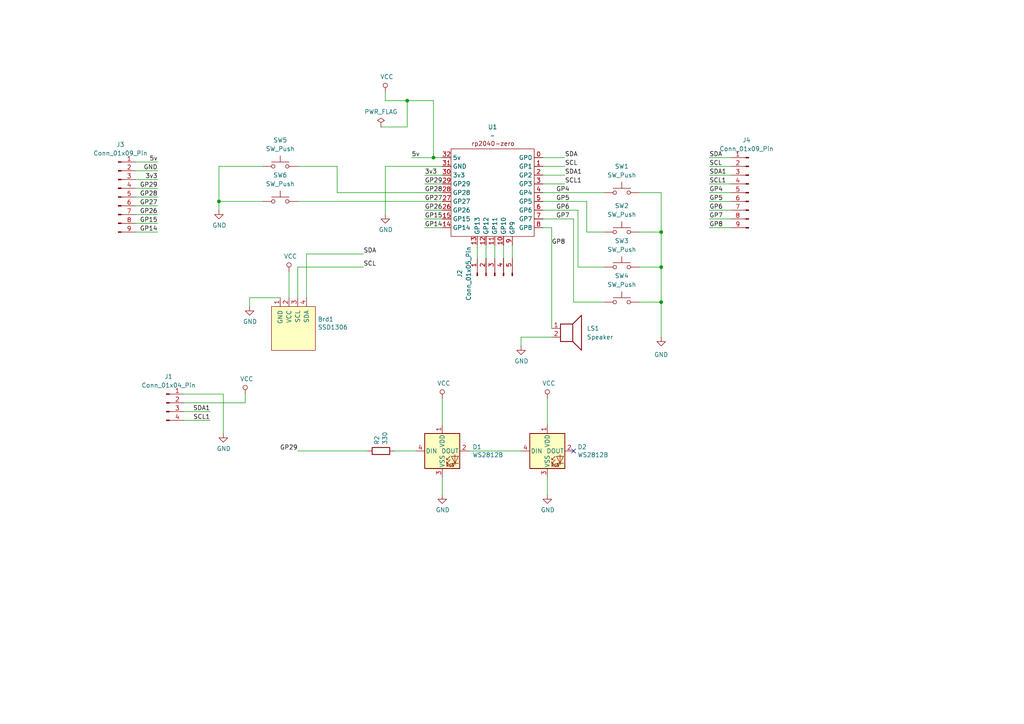
<source format=kicad_sch>
(kicad_sch (version 20231120) (generator "eeschema") (generator_version "8.0")
  (paper "A4")
  (lib_symbols
    (symbol "Connector:Conn_01x04_Pin" (pin_names (offset 1.016) hide)
      (property "Reference" "J" (at 0 5.08 0))
      (property "Value" "Conn_01x04_Pin" (at 0 -7.62 0))
      (symbol "Conn_01x04_Pin_1_1"
        (polyline (pts (xy 1.27 -5.08) (xy 0.8636 -5.08)) (stroke (width 0.1524)))
        (polyline (pts (xy 1.27 -2.54) (xy 0.8636 -2.54)) (stroke (width 0.1524)))
        (polyline (pts (xy 1.27 0) (xy 0.8636 0)) (stroke (width 0.1524)))
        (polyline (pts (xy 1.27 2.54) (xy 0.8636 2.54)) (stroke (width 0.1524)))
        (rectangle (start 0.8636 -4.953) (end 0 -5.207) (stroke (width 0.1524)) (fill (type outline)))
        (rectangle (start 0.8636 -2.413) (end 0 -2.667) (stroke (width 0.1524)) (fill (type outline)))
        (rectangle (start 0.8636 0.127) (end 0 -0.127) (stroke (width 0.1524)) (fill (type outline)))
        (rectangle (start 0.8636 2.667) (end 0 2.413) (stroke (width 0.1524)) (fill (type outline)))
        (pin passive line (at 5.08 2.54 180) (length 3.81) (name "Pin_1") (number "1"))
        (pin passive line (at 5.08 0 180) (length 3.81) (name "Pin_2") (number "2"))
        (pin passive line (at 5.08 -2.54 180) (length 3.81) (name "Pin_3") (number "3"))
        (pin passive line (at 5.08 -5.08 180) (length 3.81) (name "Pin_4") (number "4"))
      )
    )
    (symbol "Connector:Conn_01x05_Pin" (pin_names (offset 1.016) hide)
      (property "Reference" "J" (at 0 7.62 0))
      (property "Value" "Conn_01x05_Pin" (at 0 -7.62 0))
      (symbol "Conn_01x05_Pin_1_1"
        (polyline (pts (xy 1.27 -5.08) (xy 0.8636 -5.08)) (stroke (width 0.1524)))
        (polyline (pts (xy 1.27 -2.54) (xy 0.8636 -2.54)) (stroke (width 0.1524)))
        (polyline (pts (xy 1.27 0) (xy 0.8636 0)) (stroke (width 0.1524)))
        (polyline (pts (xy 1.27 2.54) (xy 0.8636 2.54)) (stroke (width 0.1524)))
        (polyline (pts (xy 1.27 5.08) (xy 0.8636 5.08)) (stroke (width 0.1524)))
        (rectangle (start 0.8636 -4.953) (end 0 -5.207) (stroke (width 0.1524)) (fill (type outline)))
        (rectangle (start 0.8636 -2.413) (end 0 -2.667) (stroke (width 0.1524)) (fill (type outline)))
        (rectangle (start 0.8636 0.127) (end 0 -0.127) (stroke (width 0.1524)) (fill (type outline)))
        (rectangle (start 0.8636 2.667) (end 0 2.413) (stroke (width 0.1524)) (fill (type outline)))
        (rectangle (start 0.8636 5.207) (end 0 4.953) (stroke (width 0.1524)) (fill (type outline)))
        (pin passive line (at 5.08 5.08 180) (length 3.81) (name "Pin_1") (number "1"))
        (pin passive line (at 5.08 2.54 180) (length 3.81) (name "Pin_2") (number "2"))
        (pin passive line (at 5.08 0 180) (length 3.81) (name "Pin_3") (number "3"))
        (pin passive line (at 5.08 -2.54 180) (length 3.81) (name "Pin_4") (number "4"))
        (pin passive line (at 5.08 -5.08 180) (length 3.81) (name "Pin_5") (number "5"))
      )
    )
    (symbol "Connector:Conn_01x09_Pin" (pin_names (offset 1.016) hide)
      (property "Reference" "J" (at 0 12.7 0))
      (property "Value" "Conn_01x09_Pin" (at 0 -12.7 0))
      (symbol "Conn_01x09_Pin_1_1"
        (polyline (pts (xy 1.27 -10.16) (xy 0.8636 -10.16)) (stroke (width 0.1524)))
        (polyline (pts (xy 1.27 -7.62) (xy 0.8636 -7.62)) (stroke (width 0.1524)))
        (polyline (pts (xy 1.27 -5.08) (xy 0.8636 -5.08)) (stroke (width 0.1524)))
        (polyline (pts (xy 1.27 -2.54) (xy 0.8636 -2.54)) (stroke (width 0.1524)))
        (polyline (pts (xy 1.27 0) (xy 0.8636 0)) (stroke (width 0.1524)))
        (polyline (pts (xy 1.27 2.54) (xy 0.8636 2.54)) (stroke (width 0.1524)))
        (polyline (pts (xy 1.27 5.08) (xy 0.8636 5.08)) (stroke (width 0.1524)))
        (polyline (pts (xy 1.27 7.62) (xy 0.8636 7.62)) (stroke (width 0.1524)))
        (polyline (pts (xy 1.27 10.16) (xy 0.8636 10.16)) (stroke (width 0.1524)))
        (rectangle (start 0.8636 -10.033) (end 0 -10.287) (stroke (width 0.1524)) (fill (type outline)))
        (rectangle (start 0.8636 -7.493) (end 0 -7.747) (stroke (width 0.1524)) (fill (type outline)))
        (rectangle (start 0.8636 -4.953) (end 0 -5.207) (stroke (width 0.1524)) (fill (type outline)))
        (rectangle (start 0.8636 -2.413) (end 0 -2.667) (stroke (width 0.1524)) (fill (type outline)))
        (rectangle (start 0.8636 0.127) (end 0 -0.127) (stroke (width 0.1524)) (fill (type outline)))
        (rectangle (start 0.8636 2.667) (end 0 2.413) (stroke (width 0.1524)) (fill (type outline)))
        (rectangle (start 0.8636 5.207) (end 0 4.953) (stroke (width 0.1524)) (fill (type outline)))
        (rectangle (start 0.8636 7.747) (end 0 7.493) (stroke (width 0.1524)) (fill (type outline)))
        (rectangle (start 0.8636 10.287) (end 0 10.033) (stroke (width 0.1524)) (fill (type outline)))
        (pin passive line (at 5.08 10.16 180) (length 3.81) (name "Pin_1") (number "1"))
        (pin passive line (at 5.08 7.62 180) (length 3.81) (name "Pin_2") (number "2"))
        (pin passive line (at 5.08 5.08 180) (length 3.81) (name "Pin_3") (number "3"))
        (pin passive line (at 5.08 2.54 180) (length 3.81) (name "Pin_4") (number "4"))
        (pin passive line (at 5.08 0 180) (length 3.81) (name "Pin_5") (number "5"))
        (pin passive line (at 5.08 -2.54 180) (length 3.81) (name "Pin_6") (number "6"))
        (pin passive line (at 5.08 -5.08 180) (length 3.81) (name "Pin_7") (number "7"))
        (pin passive line (at 5.08 -7.62 180) (length 3.81) (name "Pin_8") (number "8"))
        (pin passive line (at 5.08 -10.16 180) (length 3.81) (name "Pin_9") (number "9"))
      )
    )
    (symbol "Device:R" (pin_numbers hide) (pin_names (offset 0))
      (property "Reference" "R" (at 2.032 0 90))
      (property "Value" "R" (at 0 0 90))
      (symbol "R_0_1"
        (rectangle (start -1.016 -2.54) (end 1.016 2.54) (stroke (width 0.254)))
      )
      (symbol "R_1_1"
        (pin passive line (at 0 3.81 270) (length 1.27) (name "~") (number "1"))
        (pin passive line (at 0 -3.81 90) (length 1.27) (name "~") (number "2"))
      )
    )
    (symbol "Device:Speaker" (pin_names (offset 0) hide)
      (property "Reference" "LS" (at 1.27 5.715 0))
      (property "Value" "Speaker" (at 1.27 3.81 0))
      (symbol "Speaker_0_0"
        (rectangle (start -2.54 1.27) (end 1.016 -3.81) (stroke (width 0.254)))
        (polyline (pts (xy 1.016 1.27) (xy 3.556 3.81) (xy 3.556 -6.35) (xy 1.016 -3.81)) (stroke (width 0.254)))
      )
      (symbol "Speaker_1_1"
        (pin input line (at -5.08 0 0) (length 2.54) (name "1") (number "1"))
        (pin input line (at -5.08 -2.54 0) (length 2.54) (name "2") (number "2"))
      )
    )
    (symbol "LED:WS2812B" (pin_names (offset 0.254))
      (property "Reference" "D" (at 5.08 5.715 0))
      (property "Value" "WS2812B" (at 1.27 -5.715 0))
      (symbol "WS2812B_0_0"
        (text "RGB" (at 2.286 -4.191 0) (effects (font (size 0.762 0.762))))
      )
      (symbol "WS2812B_0_1"
        (polyline (pts (xy 1.27 -3.556) (xy 1.778 -3.556)))
        (polyline (pts (xy 1.27 -2.54) (xy 1.778 -2.54)))
        (polyline (pts (xy 4.699 -3.556) (xy 2.667 -3.556)))
        (polyline (pts (xy 2.286 -2.54) (xy 1.27 -3.556) (xy 1.27 -3.048)))
        (polyline (pts (xy 2.286 -1.524) (xy 1.27 -2.54) (xy 1.27 -2.032)))
        (polyline (pts (xy 3.683 -1.016) (xy 3.683 -3.556) (xy 3.683 -4.064)))
        (polyline (pts (xy 4.699 -1.524) (xy 2.667 -1.524) (xy 3.683 -3.556) (xy 4.699 -1.524)))
        (rectangle (start 5.08 5.08) (end -5.08 -5.08) (stroke (width 0.254)) (fill (type background)))
      )
      (symbol "WS2812B_1_1"
        (pin power_in line (at 0 7.62 270) (length 2.54) (name "VDD") (number "1"))
        (pin output line (at 7.62 0 180) (length 2.54) (name "DOUT") (number "2"))
        (pin power_in line (at 0 -7.62 90) (length 2.54) (name "VSS") (number "3"))
        (pin input line (at -7.62 0 0) (length 2.54) (name "DIN") (number "4"))
      )
    )
    (symbol "Switch:SW_Push" (pin_numbers hide) (pin_names (offset 1.016) hide)
      (property "Reference" "SW" (at 1.27 2.54 0))
      (property "Value" "SW_Push" (at 0 -1.524 0))
      (symbol "SW_Push_0_1"
        (circle (center -2.032 0) (radius 0.508))
        (polyline (pts (xy 0 1.27) (xy 0 3.048)))
        (polyline (pts (xy 2.54 1.27) (xy -2.54 1.27)))
        (circle (center 2.032 0) (radius 0.508))
        (pin passive line (at -5.08 0 0) (length 2.54) (name "1") (number "1"))
        (pin passive line (at 5.08 0 180) (length 2.54) (name "2") (number "2"))
      )
    )
    (symbol "gopher_pilot_xiao_sw-rescue:GND-power" (power) (pin_names (offset 0))
      (property "Value" "power_GND" (at 0 -3.81 0))
      (symbol "GND-power_0_1"
        (polyline (pts (xy 0 0) (xy 0 -1.27) (xy 1.27 -1.27) (xy 0 -2.54) (xy -1.27 -1.27) (xy 0 -1.27)))
      )
      (symbol "GND-power_1_1"
        (pin power_in line (at 0 0 270) (length 0) hide (name "GND") (number "1"))
      )
    )
    (symbol "gopher_pilot_xiao_sw-rescue:PWR_FLAG-power" (power) (pin_numbers hide) (pin_names (offset 0) hide)
      (property "Value" "power_PWR_FLAG" (at 0 3.81 0))
      (symbol "PWR_FLAG-power_0_0"
        (pin power_out line (at 0 0 90) (length 0) (name "pwr") (number "1"))
      )
      (symbol "PWR_FLAG-power_0_1"
        (polyline (pts (xy 0 0) (xy 0 1.27) (xy -1.016 1.905) (xy 0 2.54) (xy 1.016 1.905) (xy 0 1.27)))
      )
    )
    (symbol "gopher_pilot_xiao_sw-rescue:SSD1306-SSD1306" (pin_names (offset 1.016))
      (property "Reference" "Brd" (at 0 -3.81 0))
      (property "Value" "SSD1306_SSD1306" (at 0 -1.27 0))
      (symbol "SSD1306-SSD1306_0_1"
        (rectangle (start -6.35 6.35) (end 6.35 -6.35) (fill (type background)))
      )
      (symbol "SSD1306-SSD1306_1_1"
        (pin input line (at -3.81 8.89 270) (length 2.54) (name "GND") (number "1"))
        (pin input line (at -1.27 8.89 270) (length 2.54) (name "VCC") (number "2"))
        (pin input line (at 1.27 8.89 270) (length 2.54) (name "SCL") (number "3"))
        (pin input line (at 3.81 8.89 270) (length 2.54) (name "SDA") (number "4"))
      )
    )
    (symbol "gopher_pilot_xiao_sw-rescue:VCC-power" (power) (pin_names (offset 0))
      (property "Value" "power_VCC" (at 0 3.81 0))
      (symbol "VCC-power_0_1"
        (polyline (pts (xy 0 0) (xy 0 1.27)))
        (circle (center 0 1.905) (radius 0.635))
      )
      (symbol "VCC-power_1_1"
        (pin power_in line (at 0 0 90) (length 0) hide (name "VCC") (number "1"))
      )
    )
    (symbol "mysymbol:rp2040-zero"
      (property "Reference" "U" (at -17.272 0.762 0))
      (symbol "rp2040-zero_0_0"
        (pin bidirectional line (at -2.54 0 180) (length 2.54) (name "GP0") (number "0"))
        (pin bidirectional line (at -2.54 -2.54 180) (length 2.54) (name "GP1") (number "1"))
        (pin bidirectional line (at -13.97 -25.4 90) (length 2.54) (name "GP10") (number "10"))
        (pin bidirectional line (at -16.51 -25.4 90) (length 2.54) (name "GP11") (number "11"))
        (pin bidirectional line (at -19.05 -25.4 90) (length 2.54) (name "GP12") (number "12"))
        (pin bidirectional line (at -21.59 -25.4 90) (length 2.54) (name "GP13") (number "13"))
        (pin bidirectional line (at -31.75 -20.32 0) (length 2.54) (name "GP14") (number "14"))
        (pin bidirectional line (at -31.75 -17.78 0) (length 2.54) (name "GP15") (number "15"))
        (pin bidirectional line (at -2.54 -5.08 180) (length 2.54) (name "GP2") (number "2"))
        (pin bidirectional line (at -31.75 -15.24 0) (length 2.54) (name "GP26") (number "26"))
        (pin bidirectional line (at -31.75 -12.7 0) (length 2.54) (name "GP27") (number "27"))
        (pin bidirectional line (at -31.75 -10.16 0) (length 2.54) (name "GP28") (number "28"))
        (pin bidirectional line (at -31.75 -7.62 0) (length 2.54) (name "GP29") (number "29"))
        (pin bidirectional line (at -2.54 -7.62 180) (length 2.54) (name "GP3") (number "3"))
        (pin power_out line (at -31.75 -5.08 0) (length 2.54) (name "3v3") (number "30"))
        (pin input line (at -31.75 -2.54 0) (length 2.54) (name "GND") (number "31"))
        (pin power_out line (at -31.75 0 0) (length 2.54) (name "5v") (number "32"))
        (pin bidirectional line (at -2.54 -10.16 180) (length 2.54) (name "GP4") (number "4"))
        (pin bidirectional line (at -2.54 -12.7 180) (length 2.54) (name "GP5") (number "5"))
        (pin bidirectional line (at -2.54 -15.24 180) (length 2.54) (name "GP6") (number "6"))
        (pin bidirectional line (at -2.54 -17.78 180) (length 2.54) (name "GP7") (number "7"))
        (pin bidirectional line (at -2.54 -20.32 180) (length 2.54) (name "GP8") (number "8"))
        (pin bidirectional line (at -11.43 -25.4 90) (length 2.54) (name "GP9") (number "9"))
      )
      (symbol "rp2040-zero_0_1"
        (rectangle (start -29.21 2.54) (end -5.08 -22.86))
      )
      (symbol "rp2040-zero_1_1"
        (text "rp2040-zero" (at -17.018 4.064 0) (effects (font (size 1.27 1.27))))
      )
    )
    (symbol "power:GND" (power) (pin_numbers hide) (pin_names (offset 0) hide)
      (property "Value" "GND" (at 0 -3.81 0))
      (symbol "GND_0_1"
        (polyline (pts (xy 0 0) (xy 0 -1.27) (xy 1.27 -1.27) (xy 0 -2.54) (xy -1.27 -1.27) (xy 0 -1.27)))
      )
      (symbol "GND_1_1"
        (pin power_in line (at 0 0 270) (length 0) (name "~") (number "1"))
      )
    )
  )
  (junction (at 125.73 45.72))
  (junction (at 191.77 87.63))
  (junction (at 63.5 58.42))
  (junction (at 191.77 67.31))
  (junction (at 191.77 77.47))
  (junction (at 118.11 29.21))
  (no_connect (at 166.37 130.81))
  (wire (pts (xy 167.64 60.96) (xy 167.64 77.47)))
  (wire (pts (xy 205.74 58.42) (xy 212.09 58.42)))
  (wire (pts (xy 119.38 45.72) (xy 125.73 45.72)))
  (wire (pts (xy 205.74 55.88) (xy 212.09 55.88)))
  (wire (pts (xy 128.27 48.26) (xy 111.76 48.26)))
  (wire (pts (xy 123.19 60.96) (xy 128.27 60.96)))
  (wire (pts (xy 205.74 63.5) (xy 212.09 63.5)))
  (wire (pts (xy 185.42 55.88) (xy 191.77 55.88)))
  (wire (pts (xy 53.34 116.84) (xy 71.12 116.84)))
  (wire (pts (xy 157.48 66.04) (xy 160.02 66.04)))
  (wire (pts (xy 53.34 114.3) (xy 64.77 114.3)))
  (wire (pts (xy 157.48 55.88) (xy 175.26 55.88)))
  (wire (pts (xy 125.73 45.72) (xy 128.27 45.72)))
  (wire (pts (xy 157.48 58.42) (xy 170.18 58.42)))
  (wire (pts (xy 158.75 115.57) (xy 158.75 123.19)))
  (wire (pts (xy 158.75 138.43) (xy 158.75 143.51)))
  (wire (pts (xy 45.72 46.99) (xy 39.37 46.99)))
  (wire (pts (xy 157.48 63.5) (xy 166.37 63.5)))
  (wire (pts (xy 157.48 50.8) (xy 163.83 50.8)))
  (wire (pts (xy 123.19 53.34) (xy 128.27 53.34)))
  (wire (pts (xy 151.13 97.79) (xy 151.13 100.33)))
  (wire (pts (xy 185.42 87.63) (xy 191.77 87.63)))
  (wire (pts (xy 128.27 138.43) (xy 128.27 143.51)))
  (wire (pts (xy 97.79 48.26) (xy 97.79 55.88)))
  (wire (pts (xy 125.73 29.21) (xy 125.73 45.72)))
  (wire (pts (xy 118.11 36.83) (xy 118.11 29.21)))
  (wire (pts (xy 205.74 45.72) (xy 212.09 45.72)))
  (wire (pts (xy 205.74 60.96) (xy 212.09 60.96)))
  (wire (pts (xy 83.82 78.74) (xy 83.82 86.36)))
  (wire (pts (xy 160.02 97.79) (xy 151.13 97.79)))
  (wire (pts (xy 191.77 67.31) (xy 191.77 77.47)))
  (wire (pts (xy 157.48 53.34) (xy 163.83 53.34)))
  (wire (pts (xy 205.74 50.8) (xy 212.09 50.8)))
  (wire (pts (xy 148.59 71.12) (xy 148.59 74.93)))
  (wire (pts (xy 76.2 48.26) (xy 63.5 48.26)))
  (wire (pts (xy 166.37 63.5) (xy 166.37 87.63)))
  (wire (pts (xy 111.76 48.26) (xy 111.76 62.23)))
  (wire (pts (xy 72.39 86.36) (xy 81.28 86.36)))
  (wire (pts (xy 114.3 130.81) (xy 120.65 130.81)))
  (wire (pts (xy 205.74 66.04) (xy 212.09 66.04)))
  (wire (pts (xy 123.19 50.8) (xy 128.27 50.8)))
  (wire (pts (xy 185.42 67.31) (xy 191.77 67.31)))
  (wire (pts (xy 205.74 48.26) (xy 212.09 48.26)))
  (wire (pts (xy 86.36 48.26) (xy 97.79 48.26)))
  (wire (pts (xy 167.64 77.47) (xy 175.26 77.47)))
  (wire (pts (xy 191.77 87.63) (xy 191.77 97.79)))
  (wire (pts (xy 71.12 116.84) (xy 71.12 114.3)))
  (wire (pts (xy 143.51 71.12) (xy 143.51 74.93)))
  (wire (pts (xy 166.37 87.63) (xy 175.26 87.63)))
  (wire (pts (xy 157.48 45.72) (xy 163.83 45.72)))
  (wire (pts (xy 105.41 77.47) (xy 86.36 77.47)))
  (wire (pts (xy 160.02 66.04) (xy 160.02 95.25)))
  (wire (pts (xy 63.5 58.42) (xy 76.2 58.42)))
  (wire (pts (xy 185.42 77.47) (xy 191.77 77.47)))
  (wire (pts (xy 123.19 63.5) (xy 128.27 63.5)))
  (wire (pts (xy 170.18 67.31) (xy 175.26 67.31)))
  (wire (pts (xy 86.36 58.42) (xy 128.27 58.42)))
  (wire (pts (xy 45.72 52.07) (xy 39.37 52.07)))
  (wire (pts (xy 45.72 59.69) (xy 39.37 59.69)))
  (wire (pts (xy 53.34 119.38) (xy 60.96 119.38)))
  (wire (pts (xy 146.05 71.12) (xy 146.05 74.93)))
  (wire (pts (xy 86.36 130.81) (xy 106.68 130.81)))
  (wire (pts (xy 45.72 62.23) (xy 39.37 62.23)))
  (wire (pts (xy 123.19 66.04) (xy 128.27 66.04)))
  (wire (pts (xy 111.76 29.21) (xy 118.11 29.21)))
  (wire (pts (xy 118.11 29.21) (xy 125.73 29.21)))
  (wire (pts (xy 191.77 55.88) (xy 191.77 67.31)))
  (wire (pts (xy 64.77 114.3) (xy 64.77 125.73)))
  (wire (pts (xy 170.18 58.42) (xy 170.18 67.31)))
  (wire (pts (xy 110.49 36.83) (xy 118.11 36.83)))
  (wire (pts (xy 45.72 49.53) (xy 39.37 49.53)))
  (wire (pts (xy 135.89 130.81) (xy 151.13 130.81)))
  (wire (pts (xy 86.36 77.47) (xy 86.36 86.36)))
  (wire (pts (xy 111.76 26.67) (xy 111.76 29.21)))
  (wire (pts (xy 45.72 57.15) (xy 39.37 57.15)))
  (wire (pts (xy 105.41 73.66) (xy 88.9 73.66)))
  (wire (pts (xy 97.79 55.88) (xy 128.27 55.88)))
  (wire (pts (xy 45.72 67.31) (xy 39.37 67.31)))
  (wire (pts (xy 191.77 77.47) (xy 191.77 87.63)))
  (wire (pts (xy 157.48 60.96) (xy 167.64 60.96)))
  (wire (pts (xy 45.72 54.61) (xy 39.37 54.61)))
  (wire (pts (xy 45.72 64.77) (xy 39.37 64.77)))
  (wire (pts (xy 63.5 58.42) (xy 63.5 60.96)))
  (wire (pts (xy 53.34 121.92) (xy 60.96 121.92)))
  (wire (pts (xy 72.39 86.36) (xy 72.39 88.9)))
  (wire (pts (xy 140.97 71.12) (xy 140.97 74.93)))
  (wire (pts (xy 63.5 48.26) (xy 63.5 58.42)))
  (wire (pts (xy 138.43 71.12) (xy 138.43 74.93)))
  (wire (pts (xy 88.9 73.66) (xy 88.9 86.36)))
  (wire (pts (xy 128.27 115.57) (xy 128.27 123.19)))
  (wire (pts (xy 157.48 48.26) (xy 163.83 48.26)))
  (wire (pts (xy 205.74 53.34) (xy 212.09 53.34)))
  (label "5v" (at 45.72 46.99 180))
  (label "SCL" (at 205.74 48.26 0))
  (label "SDA1" (at 60.96 119.38 180))
  (label "SDA1" (at 205.74 50.8 0))
  (label "GP26" (at 45.72 62.23 180))
  (label "GND" (at 45.72 49.53 180))
  (label "SDA" (at 105.41 73.66 0))
  (label "GP4" (at 205.74 55.88 0))
  (label "GP15" (at 45.72 64.77 180))
  (label "GP15" (at 123.19 63.5 0))
  (label "SDA1" (at 163.83 50.8 0))
  (label "GP29" (at 86.36 130.81 180))
  (label "GP7" (at 205.74 63.5 0))
  (label "3v3" (at 45.72 52.07 180))
  (label "GP26" (at 123.19 60.96 0))
  (label "SDA" (at 205.74 45.72 0))
  (label "SCL1" (at 163.83 53.34 0))
  (label "GP28" (at 123.19 55.88 0))
  (label "GP27" (at 123.19 58.42 0))
  (label "SCL" (at 105.41 77.47 0))
  (label "SCL1" (at 60.96 121.92 180))
  (label "SCL" (at 163.83 48.26 0))
  (label "GP5" (at 205.74 58.42 0))
  (label "GP29" (at 45.72 54.61 180))
  (label "GP29" (at 123.19 53.34 0))
  (label "GP27" (at 45.72 59.69 180))
  (label "GP14" (at 45.72 67.31 180))
  (label "3v3" (at 123.19 50.8 0))
  (label "5v" (at 119.38 45.72 0))
  (label "GP5" (at 161.29 58.42 0))
  (label "GP7" (at 161.29 63.5 0))
  (label "GP8" (at 160.02 71.12 0))
  (label "GP4" (at 161.29 55.88 0))
  (label "GP6" (at 161.29 60.96 0))
  (label "GP28" (at 45.72 57.15 180))
  (label "GP8" (at 205.74 66.04 0))
  (label "GP6" (at 205.74 60.96 0))
  (label "GP14" (at 123.19 66.04 0))
  (label "SDA" (at 163.83 45.72 0))
  (label "SCL1" (at 205.74 53.34 0))
  (symbol (lib_id "LED:WS2812B") (at 128.27 130.81 0) (unit 1)
    (property "Reference" "D1" (at 137.0076 129.6416 0) (effects (justify left)))
    (property "Value" "WS2812B" (at 137.0076 131.953 0) (effects (justify left)))
    (property "Footprint" "LED_SMD:LED_WS2812B_PLCC4_5.0x5.0mm_P3.2mm" (effects (hide yes)))
    (property "Datasheet" "https://cdn-shop.adafruit.com/datasheets/WS2812B.pdf" (effects (hide yes)))
  )
  (symbol (lib_id "LED:WS2812B") (at 158.75 130.81 0) (unit 1)
    (property "Reference" "D2" (at 167.4876 129.6416 0) (effects (justify left)))
    (property "Value" "WS2812B" (at 167.4876 131.953 0) (effects (justify left)))
    (property "Footprint" "LED_SMD:LED_WS2812B_PLCC4_5.0x5.0mm_P3.2mm" (effects (hide yes)))
    (property "Datasheet" "https://cdn-shop.adafruit.com/datasheets/WS2812B.pdf" (effects (hide yes)))
  )
  (symbol (lib_id "Device:R") (at 110.49 130.81 90) (unit 1)
    (property "Reference" "R2" (at 109.3216 129.032 0) (effects (justify left)))
    (property "Value" "330" (at 111.633 129.032 0) (effects (justify left)))
    (property "Footprint" "Resistor_SMD:R_0805_2012Metric" (effects (hide yes)))
  )
  (symbol (lib_id "gopher_pilot_xiao_sw-rescue:VCC-power") (at 128.27 115.57 0) (unit 1)
    (property "Reference" "#PWR01" (effects (hide yes)))
    (property "Value" "VCC" (at 128.7018 111.1758 0))
  )
  (symbol (lib_id "gopher_pilot_xiao_sw-rescue:VCC-power") (at 158.75 115.57 0) (unit 1)
    (property "Reference" "#PWR011" (effects (hide yes)))
    (property "Value" "VCC" (at 159.1818 111.1758 0))
  )
  (symbol (lib_id "gopher_pilot_xiao_sw-rescue:GND-power") (at 128.27 143.51 0) (unit 1)
    (property "Reference" "#PWR08" (effects (hide yes)))
    (property "Value" "GND" (at 128.397 147.9042 0))
  )
  (symbol (lib_id "gopher_pilot_xiao_sw-rescue:GND-power") (at 158.75 143.51 0) (unit 1)
    (property "Reference" "#PWR012" (effects (hide yes)))
    (property "Value" "GND" (at 158.877 147.9042 0))
  )
  (symbol (lib_id "gopher_pilot_xiao_sw-rescue:VCC-power") (at 111.76 26.67 0) (unit 1)
    (property "Reference" "#PWR02" (effects (hide yes)))
    (property "Value" "VCC" (at 112.1918 22.2758 0))
  )
  (symbol (lib_id "gopher_pilot_xiao_sw-rescue:SSD1306-SSD1306") (at 85.09 95.25 0) (unit 1)
    (property "Reference" "Brd1" (at 92.1512 92.6084 0) (effects (justify left)))
    (property "Value" "SSD1306" (at 92.1512 94.9198 0) (effects (justify left)))
    (property "Footprint" "Connector_PinSocket_2.54mm:PinSocket_1x04_P2.54mm_Vertical" (effects (hide yes)))
  )
  (symbol (lib_id "gopher_pilot_xiao_sw-rescue:GND-power") (at 111.76 62.23 0) (unit 1)
    (property "Reference" "#PWR03" (effects (hide yes)))
    (property "Value" "GND" (at 111.887 66.6242 0))
  )
  (symbol (lib_id "gopher_pilot_xiao_sw-rescue:GND-power") (at 72.39 88.9 0) (unit 1)
    (property "Reference" "#PWR0104" (effects (hide yes)))
    (property "Value" "GND" (at 72.517 93.2942 0))
  )
  (symbol (lib_id "gopher_pilot_xiao_sw-rescue:VCC-power") (at 83.82 78.74 0) (unit 1)
    (property "Reference" "#PWR0105" (effects (hide yes)))
    (property "Value" "VCC" (at 84.2518 74.3458 0))
  )
  (symbol (lib_id "gopher_pilot_xiao_sw-rescue:PWR_FLAG-power") (at 110.49 36.83 0) (unit 1)
    (property "Reference" "#FLG0101" (effects (hide yes)))
    (property "Value" "PWR_FLAG" (at 110.49 32.4358 0))
  )
  (symbol (lib_id "gopher_pilot_xiao_sw-rescue:GND-power") (at 151.13 100.33 0) (unit 1)
    (property "Reference" "#PWR06" (effects (hide yes)))
    (property "Value" "GND" (at 151.257 104.7242 0))
  )
  (symbol (lib_id "Switch:SW_Push") (at 180.34 87.63 0) (unit 1)
    (property "Reference" "SW4" (at 180.34 80.01 0))
    (property "Value" "SW_Push" (at 180.34 82.55 0))
    (property "Footprint" "Button_Switch_THT:SW_PUSH_6mm_H4.3mm" (effects (hide yes)))
    (property "Description" "Push button switch, generic, two pins" (effects (hide yes)))
  )
  (symbol (lib_id "Switch:SW_Push") (at 81.28 58.42 0) (unit 1)
    (property "Reference" "SW6" (at 81.28 50.8 0))
    (property "Value" "SW_Push" (at 81.28 53.34 0))
    (property "Footprint" "Button_Switch_THT:SW_PUSH_6mm_H4.3mm" (effects (hide yes)))
    (property "Description" "Push button switch, generic, two pins" (effects (hide yes)))
  )
  (symbol (lib_id "Connector:Conn_01x04_Pin") (at 48.26 116.84 0) (unit 1)
    (property "Reference" "J1" (at 48.895 109.22 0))
    (property "Value" "Conn_01x04_Pin" (at 48.895 111.76 0))
    (property "Footprint" "Connector_PinHeader_2.00mm:PinHeader_1x04_P2.00mm_Vertical" (effects (hide yes)))
    (property "Description" "Generic connector, single row, 01x04, script generated" (effects (hide yes)))
  )
  (symbol (lib_id "Switch:SW_Push") (at 180.34 55.88 0) (unit 1)
    (property "Reference" "SW1" (at 180.34 48.26 0))
    (property "Value" "SW_Push" (at 180.34 50.8 0))
    (property "Footprint" "Button_Switch_THT:SW_PUSH_6mm_H4.3mm" (effects (hide yes)))
    (property "Description" "Push button switch, generic, two pins" (effects (hide yes)))
  )
  (symbol (lib_id "gopher_pilot_xiao_sw-rescue:GND-power") (at 63.5 60.96 0) (unit 1)
    (property "Reference" "#PWR05" (effects (hide yes)))
    (property "Value" "GND" (at 63.627 65.3542 0))
  )
  (symbol (lib_id "Connector:Conn_01x09_Pin") (at 217.17 55.88 0) (mirror y) (unit 1)
    (property "Reference" "J4" (at 216.535 40.64 0))
    (property "Value" "Conn_01x09_Pin" (at 216.535 43.18 0))
    (property "Footprint" "Connector_PinSocket_2.54mm:PinSocket_1x09_P2.54mm_Vertical" (effects (hide yes)))
    (property "Description" "Generic connector, single row, 01x09, script generated" (effects (hide yes)))
  )
  (symbol (lib_id "Switch:SW_Push") (at 81.28 48.26 0) (unit 1)
    (property "Reference" "SW5" (at 81.28 40.64 0))
    (property "Value" "SW_Push" (at 81.28 43.18 0))
    (property "Footprint" "Button_Switch_THT:SW_PUSH_6mm_H4.3mm" (effects (hide yes)))
    (property "Description" "Push button switch, generic, two pins" (effects (hide yes)))
  )
  (symbol (lib_id "Connector:Conn_01x05_Pin") (at 143.51 80.01 90) (unit 1)
    (property "Reference" "J2" (at 133.35 79.375 0))
    (property "Value" "Conn_01x05_Pin" (at 135.89 79.375 0))
    (property "Footprint" "Connector_PinSocket_2.54mm:PinSocket_1x05_P2.54mm_Vertical" (effects (hide yes)))
    (property "Description" "Generic connector, single row, 01x05, script generated" (effects (hide yes)))
  )
  (symbol (lib_id "power:GND") (at 191.77 97.79 0) (unit 1)
    (property "Reference" "#PWR04" (effects (hide yes)))
    (property "Value" "GND" (at 191.77 102.87 0))
    (property "Description" "Power symbol creates a global label with name \"GND\" , ground" (effects (hide yes)))
  )
  (symbol (lib_id "gopher_pilot_xiao_sw-rescue:GND-power") (at 64.77 125.73 0) (unit 1)
    (property "Reference" "#PWR07" (effects (hide yes)))
    (property "Value" "GND" (at 64.897 130.1242 0))
  )
  (symbol (lib_id "gopher_pilot_xiao_sw-rescue:VCC-power") (at 71.12 114.3 0) (unit 1)
    (property "Reference" "#PWR09" (effects (hide yes)))
    (property "Value" "VCC" (at 71.5518 109.9058 0))
  )
  (symbol (lib_id "Switch:SW_Push") (at 180.34 77.47 0) (unit 1)
    (property "Reference" "SW3" (at 180.34 69.85 0))
    (property "Value" "SW_Push" (at 180.34 72.39 0))
    (property "Footprint" "Button_Switch_THT:SW_PUSH_6mm_H4.3mm" (effects (hide yes)))
    (property "Description" "Push button switch, generic, two pins" (effects (hide yes)))
  )
  (symbol (lib_id "Device:Speaker") (at 165.1 95.25 0) (unit 1)
    (property "Reference" "LS1" (at 170.18 95.2499 0) (effects (justify left)))
    (property "Value" "Speaker" (at 170.18 97.7899 0) (effects (justify left)))
    (property "Footprint" "Buzzer_Beeper:Buzzer_TDK_PS1240P02BT_D12.2mm_H6.5mm" (effects (hide yes)))
    (property "Description" "Speaker" (effects (hide yes)))
  )
  (symbol (lib_id "Switch:SW_Push") (at 180.34 67.31 0) (unit 1)
    (property "Reference" "SW2" (at 180.34 59.69 0))
    (property "Value" "SW_Push" (at 180.34 62.23 0))
    (property "Footprint" "Button_Switch_THT:SW_PUSH_6mm_H4.3mm" (effects (hide yes)))
    (property "Description" "Push button switch, generic, two pins" (effects (hide yes)))
  )
  (symbol (lib_id "Connector:Conn_01x09_Pin") (at 34.29 57.15 0) (unit 1)
    (property "Reference" "J3" (at 34.925 41.91 0))
    (property "Value" "Conn_01x09_Pin" (at 34.925 44.45 0))
    (property "Footprint" "Connector_PinSocket_2.54mm:PinSocket_1x09_P2.54mm_Vertical" (effects (hide yes)))
    (property "Description" "Generic connector, single row, 01x09, script generated" (effects (hide yes)))
  )
  (symbol (lib_id "mysymbol:rp2040-zero") (at 160.02 45.72 0) (unit 1)
    (property "Reference" "U1" (at 142.875 36.83 0))
    (property "Value" "~" (at 142.875 39.37 0))
    (property "Footprint" "rp2040-zero:my-rp2040-zero" (effects (hide yes)))
  )
)
</source>
